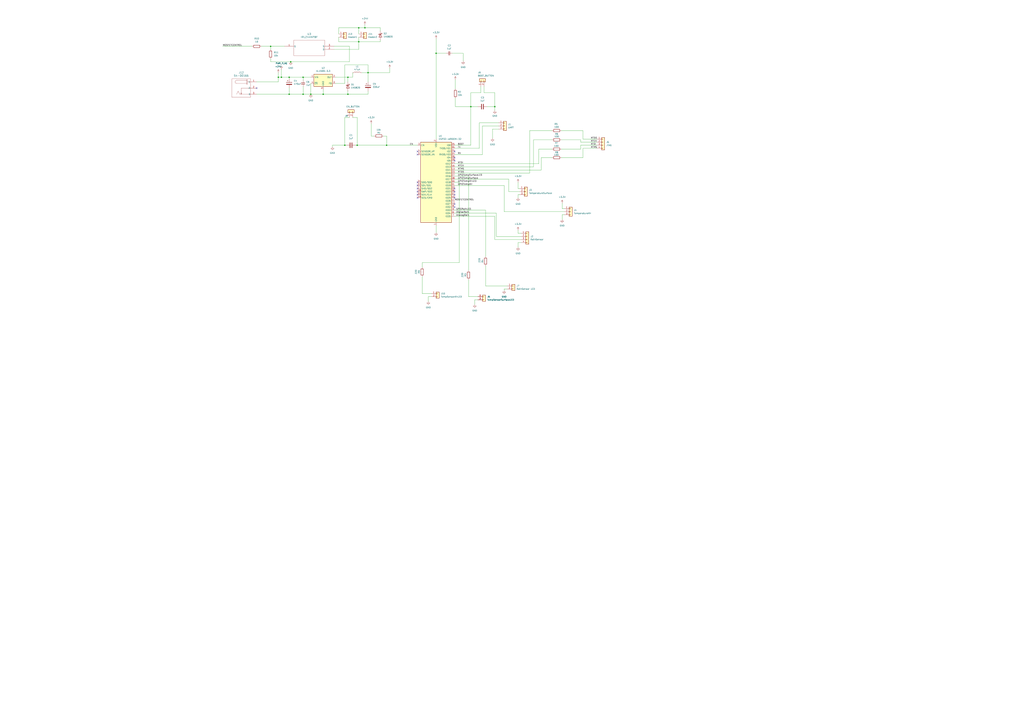
<source format=kicad_sch>
(kicad_sch (version 20250114) (generator "eeschema") (generator_version "9.0")
  (paper "A1")
  (lib_symbols
    (symbol "2025-02-28_21-13-51:54-00166" (pin_names (offset 0.254))
      (property "Reference" "J" (at -12.7 7.62 0))
      (property "Value" "54-00166" (at 0 0 0))
      (symbol "54-00166_1_1"
        (polyline (pts (xy -20.32 2.54) (xy -20.32 -12.7)) (stroke (width 0.127)))
        (polyline (pts (xy -20.32 -12.7) (xy -5.08 -12.7)) (stroke (width 0.127)))
        (arc (start -16.51 -1.27) (mid -17.7744 0) (end -16.51 1.27) (stroke (width 0.127)))
        (polyline (pts (xy -15.24 -7.62) (xy -16.51 -10.16)) (stroke (width 0.127)))
        (polyline (pts (xy -13.97 -10.16) (xy -15.24 -7.62)) (stroke (width 0.127)))
        (polyline (pts (xy -12.7 -5.08) (xy -12.7 -10.16)) (stroke (width 0.127)))
        (polyline (pts (xy -12.7 -10.16) (xy -13.335 -8.89)) (stroke (width 0.127)))
        (polyline (pts (xy -12.7 -10.16) (xy -12.065 -8.89)) (stroke (width 0.127)))
        (polyline (pts (xy -8.255 1.905) (xy -8.255 -1.905)) (stroke (width 0.127)))
        (polyline (pts (xy -8.255 1.905) (xy -7.62 1.905)) (stroke (width 0.127)))
        (polyline (pts (xy -8.255 1.27) (xy -16.51 1.27)) (stroke (width 0.127)))
        (polyline (pts (xy -8.255 -1.27) (xy -16.51 -1.27)) (stroke (width 0.127)))
        (polyline (pts (xy -8.255 -1.905) (xy -7.62 -1.905)) (stroke (width 0.127)))
        (polyline (pts (xy -7.62 -1.905) (xy -7.62 1.905)) (stroke (width 0.127)))
        (polyline (pts (xy -5.08 2.54) (xy -20.32 2.54)) (stroke (width 0.127)))
        (polyline (pts (xy -5.08 0) (xy -7.62 0)) (stroke (width 0.127)))
        (polyline (pts (xy -5.08 -5.08) (xy -12.7 -5.08)) (stroke (width 0.127)))
        (polyline (pts (xy -5.08 -10.16) (xy -13.97 -10.16)) (stroke (width 0.127)))
        (polyline (pts (xy -5.08 -12.7) (xy -5.08 2.54)) (stroke (width 0.127)))
        (pin unspecified line (at 0 0 180) (length 5.08) (name "1") (number "1"))
        (pin unspecified line (at 0 -5.08 180) (length 5.08) (name "2") (number "2"))
        (pin unspecified line (at 0 -10.16 180) (length 5.08) (name "3") (number "3"))
      )
      (symbol "54-00166_1_2"
        (polyline (pts (xy -12.7 2.54) (xy -12.7 -7.62)) (stroke (width 0.127)))
        (polyline (pts (xy -12.7 -7.62) (xy -5.08 -7.62)) (stroke (width 0.127)))
        (polyline (pts (xy -10.16 0) (xy -8.89 0.8467)) (stroke (width 0.127)))
        (polyline (pts (xy -10.16 0) (xy -8.89 -0.8467)) (stroke (width 0.127)))
        (polyline (pts (xy -10.16 0) (xy -5.08 0)) (stroke (width 0.127)))
        (polyline (pts (xy -10.16 -2.54) (xy -8.89 -1.6933)) (stroke (width 0.127)))
        (polyline (pts (xy -10.16 -2.54) (xy -8.89 -3.3867)) (stroke (width 0.127)))
        (polyline (pts (xy -10.16 -2.54) (xy -5.08 -2.54)) (stroke (width 0.127)))
        (polyline (pts (xy -10.16 -5.08) (xy -8.89 -4.2333)) (stroke (width 0.127)))
        (polyline (pts (xy -10.16 -5.08) (xy -8.89 -5.9267)) (stroke (width 0.127)))
        (polyline (pts (xy -10.16 -5.08) (xy -5.08 -5.08)) (stroke (width 0.127)))
        (polyline (pts (xy -5.08 2.54) (xy -12.7 2.54)) (stroke (width 0.127)))
        (polyline (pts (xy -5.08 -7.62) (xy -5.08 2.54)) (stroke (width 0.127)))
        (pin unspecified line (at 0 0 180) (length 5.08) (name "1") (number "1"))
        (pin unspecified line (at 0 -2.54 180) (length 5.08) (name "2") (number "2"))
        (pin unspecified line (at 0 -5.08 180) (length 5.08) (name "3") (number "3"))
      )
    )
    (symbol "2025-03-01_18-42-33:IRLZ44NPBF" (pin_names (offset 0.254))
      (property "Reference" "U" (at 20.32 10.16 0))
      (property "Value" "IRLZ44NPBF" (at 20.32 7.62 0))
      (symbol "IRLZ44NPBF_0_1"
        (polyline (pts (xy 7.62 5.08) (xy 7.62 -7.62)) (stroke (width 0.127)))
        (polyline (pts (xy 7.62 -7.62) (xy 33.02 -7.62)) (stroke (width 0.127)))
        (polyline (pts (xy 33.02 5.08) (xy 7.62 5.08)) (stroke (width 0.127)))
        (polyline (pts (xy 33.02 -7.62) (xy 33.02 5.08)) (stroke (width 0.127)))
        (pin unspecified line (at 0 0 0) (length 7.62) (name "G") (number "1"))
        (pin unspecified line (at 40.64 0 180) (length 7.62) (name "S") (number "3"))
        (pin unspecified line (at 40.64 -2.54 180) (length 7.62) (name "D") (number "2"))
      )
    )
    (symbol "Connector_Generic:Conn_01x02" (pin_names (offset 1.016) (hide yes))
      (property "Reference" "J" (at 0 2.54 0))
      (property "Value" "Conn_01x02" (at 0 -5.08 0))
      (symbol "Conn_01x02_1_1"
        (rectangle (start -1.27 1.27) (end 1.27 -3.81) (stroke (width 0.254)) (fill (type background)))
        (rectangle (start -1.27 0.127) (end 0 -0.127) (stroke (width 0.1524)))
        (rectangle (start -1.27 -2.413) (end 0 -2.667) (stroke (width 0.1524)))
        (pin passive line (at -5.08 0 0) (length 3.81) (name "Pin_1") (number "1"))
        (pin passive line (at -5.08 -2.54 0) (length 3.81) (name "Pin_2") (number "2"))
      )
    )
    (symbol "Connector_Generic:Conn_01x03" (pin_names (offset 1.016) (hide yes))
      (property "Reference" "J" (at 0 5.08 0))
      (property "Value" "Conn_01x03" (at 0 -5.08 0))
      (symbol "Conn_01x03_1_1"
        (rectangle (start -1.27 3.81) (end 1.27 -3.81) (stroke (width 0.254)) (fill (type background)))
        (rectangle (start -1.27 2.667) (end 0 2.413) (stroke (width 0.1524)))
        (rectangle (start -1.27 0.127) (end 0 -0.127) (stroke (width 0.1524)))
        (rectangle (start -1.27 -2.413) (end 0 -2.667) (stroke (width 0.1524)))
        (pin passive line (at -5.08 2.54 0) (length 3.81) (name "Pin_1") (number "1"))
        (pin passive line (at -5.08 0 0) (length 3.81) (name "Pin_2") (number "2"))
        (pin passive line (at -5.08 -2.54 0) (length 3.81) (name "Pin_3") (number "3"))
      )
    )
    (symbol "Connector_Generic:Conn_01x04" (pin_names (offset 1.016) (hide yes))
      (property "Reference" "J" (at 0 5.08 0))
      (property "Value" "Conn_01x04" (at 0 -7.62 0))
      (symbol "Conn_01x04_1_1"
        (rectangle (start -1.27 3.81) (end 1.27 -6.35) (stroke (width 0.254)) (fill (type background)))
        (rectangle (start -1.27 2.667) (end 0 2.413) (stroke (width 0.1524)))
        (rectangle (start -1.27 0.127) (end 0 -0.127) (stroke (width 0.1524)))
        (rectangle (start -1.27 -2.413) (end 0 -2.667) (stroke (width 0.1524)))
        (rectangle (start -1.27 -4.953) (end 0 -5.207) (stroke (width 0.1524)))
        (pin passive line (at -5.08 2.54 0) (length 3.81) (name "Pin_1") (number "1"))
        (pin passive line (at -5.08 0 0) (length 3.81) (name "Pin_2") (number "2"))
        (pin passive line (at -5.08 -2.54 0) (length 3.81) (name "Pin_3") (number "3"))
        (pin passive line (at -5.08 -5.08 0) (length 3.81) (name "Pin_4") (number "4"))
      )
    )
    (symbol "Device:C" (pin_numbers (hide yes)) (pin_names (offset 0.254))
      (property "Reference" "C" (at 0.635 2.54 0))
      (property "Value" "C" (at 0.635 -2.54 0))
      (symbol "C_0_1"
        (polyline (pts (xy -2.032 0.762) (xy 2.032 0.762)) (stroke (width 0.508)))
        (polyline (pts (xy -2.032 -0.762) (xy 2.032 -0.762)) (stroke (width 0.508)))
      )
      (symbol "C_1_1"
        (pin passive line (at 0 3.81 270) (length 2.794) (name "~") (number "1"))
        (pin passive line (at 0 -3.81 90) (length 2.794) (name "~") (number "2"))
      )
    )
    (symbol "Device:C_Polarized" (pin_numbers (hide yes)) (pin_names (offset 0.254))
      (property "Reference" "C" (at 0.635 2.54 0))
      (property "Value" "C_Polarized" (at 0.635 -2.54 0))
      (symbol "C_Polarized_0_1"
        (rectangle (start -2.286 0.508) (end 2.286 1.016))
        (polyline (pts (xy -1.778 2.286) (xy -0.762 2.286)))
        (polyline (pts (xy -1.27 2.794) (xy -1.27 1.778)))
        (rectangle (start 2.286 -0.508) (end -2.286 -1.016) (fill (type outline)))
      )
      (symbol "C_Polarized_1_1"
        (pin passive line (at 0 3.81 270) (length 2.794) (name "~") (number "1"))
        (pin passive line (at 0 -3.81 90) (length 2.794) (name "~") (number "2"))
      )
    )
    (symbol "Device:C_Small" (pin_numbers (hide yes)) (pin_names (offset 0.254) (hide yes))
      (property "Reference" "C" (at 0.254 1.778 0))
      (property "Value" "C_Small" (at 0.254 -2.032 0))
      (symbol "C_Small_0_1"
        (polyline (pts (xy -1.524 0.508) (xy 1.524 0.508)) (stroke (width 0.3048)))
        (polyline (pts (xy -1.524 -0.508) (xy 1.524 -0.508)) (stroke (width 0.3302)))
      )
      (symbol "C_Small_1_1"
        (pin passive line (at 0 2.54 270) (length 2.032) (name "~") (number "1"))
        (pin passive line (at 0 -2.54 90) (length 2.032) (name "~") (number "2"))
      )
    )
    (symbol "Device:L" (pin_numbers (hide yes)) (pin_names (offset 1.016) (hide yes))
      (property "Reference" "L" (at -1.27 0 90))
      (property "Value" "L" (at 1.905 0 90))
      (symbol "L_0_1"
        (arc (start 0 2.54) (mid 0.6323 1.905) (end 0 1.27))
        (arc (start 0 1.27) (mid 0.6323 0.635) (end 0 0))
        (arc (start 0 0) (mid 0.6323 -0.635) (end 0 -1.27))
        (arc (start 0 -1.27) (mid 0.6323 -1.905) (end 0 -2.54))
      )
      (symbol "L_1_1"
        (pin passive line (at 0 3.81 270) (length 1.27) (name "1") (number "1"))
        (pin passive line (at 0 -3.81 90) (length 1.27) (name "2") (number "2"))
      )
    )
    (symbol "Device:R" (pin_numbers (hide yes)) (pin_names (offset 0))
      (property "Reference" "R" (at 2.032 0 90))
      (property "Value" "R" (at 0 0 90))
      (symbol "R_0_1"
        (rectangle (start -1.016 -2.54) (end 1.016 2.54) (stroke (width 0.254)))
      )
      (symbol "R_1_1"
        (pin passive line (at 0 3.81 270) (length 1.27) (name "~") (number "1"))
        (pin passive line (at 0 -3.81 90) (length 1.27) (name "~") (number "2"))
      )
    )
    (symbol "Diode:1N5820" (pin_numbers (hide yes)) (pin_names (offset 1.016) (hide yes))
      (property "Reference" "D" (at 0 2.54 0))
      (property "Value" "1N5820" (at 0 -2.54 0))
      (symbol "1N5820_0_1"
        (polyline (pts (xy -1.905 0.635) (xy -1.905 1.27) (xy -1.27 1.27) (xy -1.27 -1.27) (xy -0.635 -1.27) (xy -0.635 -0.635)) (stroke (width 0.254)))
        (polyline (pts (xy 1.27 1.27) (xy 1.27 -1.27) (xy -1.27 0) (xy 1.27 1.27)) (stroke (width 0.254)))
        (polyline (pts (xy 1.27 0) (xy -1.27 0)))
      )
      (symbol "1N5820_1_1"
        (pin passive line (at -3.81 0 0) (length 2.54) (name "K") (number "1"))
        (pin passive line (at 3.81 0 180) (length 2.54) (name "A") (number "2"))
      )
    )
    (symbol "ESP32-WROOM-32_1"
      (property "Reference" "U" (at -12.7 34.29 0))
      (property "Value" "ESP32-WROOM-32" (at 1.27 34.29 0))
      (symbol "ESP32-WROOM-32_1_0_1"
        (rectangle (start -12.7 33.02) (end 12.7 -33.02) (stroke (width 0.254)) (fill (type background)))
      )
      (symbol "ESP32-WROOM-32_1_1_1"
        (pin input line (at -15.24 30.48 0) (length 2.54) (name "EN") (number "3"))
        (pin input line (at -15.24 25.4 0) (length 2.54) (name "SENSOR_VP") (number "4"))
        (pin input line (at -15.24 22.86 0) (length 2.54) (name "SENSOR_VN") (number "5"))
        (pin bidirectional line (at -15.24 0 0) (length 2.54) (name "SDO/SD0") (number "21"))
        (pin bidirectional line (at -15.24 -2.54 0) (length 2.54) (name "SDI/SD1") (number "22"))
        (pin bidirectional line (at -15.24 -5.08 0) (length 2.54) (name "SHD/SD2") (number "17"))
        (pin bidirectional line (at -15.24 -7.62 0) (length 2.54) (name "SWP/SD3") (number "18"))
        (pin bidirectional line (at -15.24 -10.16 0) (length 2.54) (name "SCK/CLK") (number "20"))
        (pin bidirectional line (at -15.24 -12.7 0) (length 2.54) (name "SCS/CMD") (number "19"))
        (pin no_connect line (at -12.7 -27.94 0) (length 2.54) (hide yes) (name "NC") (number "32"))
        (pin power_in line (at 0 35.56 270) (length 2.54) (name "VDD") (number "2"))
        (pin power_in line (at 0 -35.56 90) (length 2.54) (name "GND") (number "1"))
        (pin passive line (at 0 -35.56 90) (length 2.54) (hide yes) (name "GND") (number "15"))
        (pin passive line (at 0 -35.56 90) (length 2.54) (hide yes) (name "GND") (number "38"))
        (pin passive line (at 0 -35.56 90) (length 2.54) (hide yes) (name "GND") (number "39"))
        (pin bidirectional line (at 15.24 30.48 180) (length 2.54) (name "IO0") (number "25"))
        (pin bidirectional line (at 15.24 27.94 180) (length 2.54) (name "TXD0/IO1") (number "35"))
        (pin bidirectional line (at 15.24 25.4 180) (length 2.54) (name "IO2") (number "24"))
        (pin bidirectional line (at 15.24 22.86 180) (length 2.54) (name "RXD0/IO3") (number "34"))
        (pin bidirectional line (at 15.24 20.32 180) (length 2.54) (name "IO4") (number "26"))
        (pin bidirectional line (at 15.24 17.78 180) (length 2.54) (name "IO5") (number "29"))
        (pin bidirectional line (at 15.24 15.24 180) (length 2.54) (name "IO12") (number "14"))
        (pin bidirectional line (at 15.24 12.7 180) (length 2.54) (name "IO13") (number "16"))
        (pin bidirectional line (at 15.24 10.16 180) (length 2.54) (name "IO14") (number "13"))
        (pin bidirectional line (at 15.24 7.62 180) (length 2.54) (name "IO15") (number "23"))
        (pin bidirectional line (at 15.24 5.08 180) (length 2.54) (name "IO16") (number "27"))
        (pin bidirectional line (at 15.24 2.54 180) (length 2.54) (name "IO17") (number "28"))
        (pin bidirectional line (at 15.24 0 180) (length 2.54) (name "IO18") (number "30"))
        (pin bidirectional line (at 15.24 -2.54 180) (length 2.54) (name "IO19") (number "31"))
        (pin bidirectional line (at 15.24 -5.08 180) (length 2.54) (name "IO21") (number "33"))
        (pin bidirectional line (at 15.24 -7.62 180) (length 2.54) (name "IO22") (number "36"))
        (pin bidirectional line (at 15.24 -10.16 180) (length 2.54) (name "IO23") (number "37"))
        (pin bidirectional line (at 15.24 -12.7 180) (length 2.54) (name "IO25") (number "10"))
        (pin bidirectional line (at 15.24 -15.24 180) (length 2.54) (name "IO26") (number "11"))
        (pin bidirectional line (at 15.24 -17.78 180) (length 2.54) (name "IO27") (number "12"))
        (pin bidirectional line (at 15.24 -20.32 180) (length 2.54) (name "IO32") (number "8"))
        (pin bidirectional line (at 15.24 -22.86 180) (length 2.54) (name "IO33") (number "9"))
        (pin input line (at 15.24 -25.4 180) (length 2.54) (name "IO34") (number "6"))
        (pin input line (at 15.24 -27.94 180) (length 2.54) (name "IO35") (number "7"))
      )
    )
    (symbol "Regulator_Switching:XL1509-3.3"
      (property "Reference" "U" (at -7.112 6.096 0))
      (property "Value" "XL1509-3.3" (at 5.842 6.096 0))
      (symbol "XL1509-3.3_0_1"
        (rectangle (start -7.62 5.08) (end 7.62 -5.08) (stroke (width 0.254)) (fill (type background)))
      )
      (symbol "XL1509-3.3_1_1"
        (pin power_in line (at -10.16 2.54 0) (length 2.54) (name "VIN") (number "1"))
        (pin input line (at -10.16 -2.54 0) (length 2.54) (name "~{EN}") (number "4"))
        (pin power_in line (at 0 -7.62 90) (length 2.54) (name "GND") (number "5"))
        (pin passive line (at 0 -7.62 90) (length 2.54) (hide yes) (name "GND") (number "6"))
        (pin passive line (at 0 -7.62 90) (length 2.54) (hide yes) (name "GND") (number "7"))
        (pin passive line (at 0 -7.62 90) (length 2.54) (hide yes) (name "GND") (number "8"))
        (pin power_out line (at 10.16 2.54 180) (length 2.54) (name "OUT") (number "2"))
        (pin input line (at 10.16 -2.54 180) (length 2.54) (name "FB") (number "3"))
      )
    )
    (symbol "power:+3.3V" (power) (pin_names (offset 0))
      (property "Value" "+3.3V" (at 0 3.556 0))
      (symbol "+3.3V_0_1"
        (polyline (pts (xy -0.762 1.27) (xy 0 2.54)))
        (polyline (pts (xy 0 2.54) (xy 0.762 1.27)))
        (polyline (pts (xy 0 0) (xy 0 2.54)))
      )
      (symbol "+3.3V_1_1"
        (pin power_in line (at 0 0 90) (length 0) (hide yes) (name "+3.3V") (number "1"))
      )
    )
    (symbol "power:GND" (power) (pin_names (offset 0))
      (property "Value" "GND" (at 0 -3.81 0))
      (symbol "GND_0_1"
        (polyline (pts (xy 0 0) (xy 0 -1.27) (xy 1.27 -1.27) (xy 0 -2.54) (xy -1.27 -1.27) (xy 0 -1.27)))
      )
      (symbol "GND_1_1"
        (pin power_in line (at 0 0 270) (length 0) (hide yes) (name "GND") (number "1"))
      )
    )
    (symbol "power:PWR_FLAG" (power) (pin_numbers (hide yes)) (pin_names (offset 0) (hide yes))
      (property "Value" "PWR_FLAG" (at 0 3.81 0))
      (symbol "PWR_FLAG_0_0"
        (pin power_out line (at 0 0 90) (length 0) (name "pwr") (number "1"))
      )
      (symbol "PWR_FLAG_0_1"
        (polyline (pts (xy 0 0) (xy 0 1.27) (xy -1.016 1.905) (xy 0 2.54) (xy 1.016 1.905) (xy 0 1.27)))
      )
    )
  )
  (junction (at 238.76 50.8))
  (junction (at 228.6 63.5))
  (junction (at 302.26 59.69))
  (junction (at 237.49 77.47))
  (junction (at 237.49 63.5))
  (junction (at 285.75 63.5))
  (junction (at 293.37 119.38))
  (junction (at 248.92 63.5))
  (junction (at 317.5 119.38))
  (junction (at 299.72 22.86))
  (junction (at 283.21 119.38))
  (junction (at 294.64 34.29))
  (junction (at 358.14 43.815))
  (junction (at 265.43 77.47))
  (junction (at 255.27 77.47))
  (junction (at 231.14 63.5))
  (junction (at 222.25 38.1))
  (junction (at 294.64 22.86))
  (junction (at 386.715 87.63))
  (junction (at 285.75 77.47))
  (junction (at 406.4 87.63))
  (junction (at 248.92 77.47))
  (no_connect (at 373.38 124.46))
  (no_connect (at 210.82 72.39))
  (no_connect (at 342.9 124.46))
  (no_connect (at 373.38 129.54))
  (no_connect (at 342.9 154.94))
  (no_connect (at 373.38 170.18))
  (no_connect (at 373.38 160.02))
  (no_connect (at 373.38 154.94))
  (no_connect (at 342.9 162.56))
  (no_connect (at 342.9 149.86))
  (no_connect (at 373.38 167.64))
  (no_connect (at 373.38 162.56))
  (no_connect (at 373.38 157.48))
  (no_connect (at 342.9 160.02))
  (no_connect (at 373.38 132.08))
  (no_connect (at 342.9 152.4))
  (no_connect (at 342.9 157.48))
  (no_connect (at 342.9 127))
  (wire (pts (xy 373.38 119.38) (xy 386.715 119.38)))
  (wire (pts (xy 396.24 103.505) (xy 396.24 127)))
  (wire (pts (xy 438.15 137.16) (xy 438.15 114.935)))
  (wire (pts (xy 398.78 172.72) (xy 398.78 210.82)))
  (wire (pts (xy 373.38 134.62) (xy 442.595 134.62)))
  (wire (pts (xy 312.42 25.4) (xy 312.42 22.86)))
  (wire (pts (xy 476.885 114.935) (xy 476.885 116.84)))
  (wire (pts (xy 461.01 129.54) (xy 478.79 129.54)))
  (wire (pts (xy 386.715 87.63) (xy 374.015 87.63)))
  (wire (pts (xy 373.38 127) (xy 396.24 127)))
  (wire (pts (xy 231.14 63.5) (xy 237.49 63.5)))
  (wire (pts (xy 351.79 243.84) (xy 351.79 247.65)))
  (wire (pts (xy 317.5 111.76) (xy 314.96 111.76)))
  (wire (pts (xy 426.72 154.94) (xy 425.45 154.94)))
  (wire (pts (xy 237.49 72.39) (xy 237.49 77.47)))
  (wire (pts (xy 373.38 137.16) (xy 438.15 137.16)))
  (wire (pts (xy 371.475 43.815) (xy 380.365 43.815)))
  (wire (pts (xy 228.6 59.69) (xy 228.6 63.5)))
  (wire (pts (xy 222.25 38.1) (xy 222.25 40.64)))
  (wire (pts (xy 285.75 77.47) (xy 265.43 77.47)))
  (wire (pts (xy 407.67 194.31) (xy 427.99 194.31)))
  (wire (pts (xy 283.21 119.38) (xy 284.48 119.38)))
  (wire (pts (xy 434.975 107.315) (xy 453.39 107.315)))
  (wire (pts (xy 346.71 227.33) (xy 346.71 241.3)))
  (wire (pts (xy 278.13 27.94) (xy 278.13 22.86)))
  (wire (pts (xy 373.38 177.8) (xy 406.4 177.8)))
  (wire (pts (xy 285.75 63.5) (xy 285.75 67.31)))
  (wire (pts (xy 461.645 176.53) (xy 461.645 180.34)))
  (wire (pts (xy 293.37 96.52) (xy 293.37 119.38)))
  (wire (pts (xy 392.43 246.38) (xy 389.89 246.38)))
  (wire (pts (xy 287.02 50.8) (xy 287.02 38.1)))
  (wire (pts (xy 358.14 185.42) (xy 358.14 191.135)))
  (wire (pts (xy 302.26 59.69) (xy 302.26 67.31)))
  (wire (pts (xy 386.715 87.63) (xy 392.43 87.63)))
  (wire (pts (xy 438.15 114.935) (xy 453.39 114.935)))
  (wire (pts (xy 283.21 68.58) (xy 283.21 53.34)))
  (wire (pts (xy 293.37 119.38) (xy 317.5 119.38)))
  (wire (pts (xy 312.42 33.02) (xy 312.42 34.29)))
  (wire (pts (xy 425.45 203.2) (xy 425.45 199.39)))
  (wire (pts (xy 283.21 96.52) (xy 283.21 119.38)))
  (wire (pts (xy 287.02 38.1) (xy 274.32 38.1)))
  (wire (pts (xy 302.26 77.47) (xy 285.75 77.47)))
  (wire (pts (xy 214.63 38.1) (xy 222.25 38.1)))
  (wire (pts (xy 312.42 34.29) (xy 294.64 34.29)))
  (wire (pts (xy 389.89 246.38) (xy 389.89 250.19)))
  (wire (pts (xy 320.04 59.69) (xy 302.26 59.69)))
  (wire (pts (xy 373.38 149.86) (xy 377.19 149.86)))
  (wire (pts (xy 442.595 122.555) (xy 453.39 122.555)))
  (wire (pts (xy 406.4 87.63) (xy 406.4 90.805)))
  (wire (pts (xy 373.38 172.72) (xy 398.78 172.72)))
  (wire (pts (xy 478.79 114.3) (xy 490.22 114.3)))
  (wire (pts (xy 386.715 76.2) (xy 394.97 76.2)))
  (wire (pts (xy 396.24 103.505) (xy 409.575 103.505)))
  (wire (pts (xy 461.01 114.935) (xy 476.885 114.935)))
  (wire (pts (xy 317.5 119.38) (xy 317.5 111.76)))
  (wire (pts (xy 228.6 63.5) (xy 231.14 63.5)))
  (wire (pts (xy 417.83 147.32) (xy 417.83 157.48)))
  (wire (pts (xy 255.27 68.58) (xy 255.27 77.47)))
  (wire (pts (xy 222.25 50.8) (xy 238.76 50.8)))
  (wire (pts (xy 426.72 160.02) (xy 425.45 160.02)))
  (wire (pts (xy 425.45 199.39) (xy 427.99 199.39)))
  (wire (pts (xy 228.6 67.31) (xy 228.6 63.5)))
  (wire (pts (xy 476.885 122.555) (xy 476.885 119.38)))
  (wire (pts (xy 292.1 119.38) (xy 293.37 119.38)))
  (wire (pts (xy 377.19 149.86) (xy 377.19 215.9)))
  (wire (pts (xy 427.99 191.77) (xy 425.45 191.77)))
  (wire (pts (xy 393.7 121.92) (xy 393.7 100.965)))
  (wire (pts (xy 275.59 63.5) (xy 285.75 63.5)))
  (wire (pts (xy 406.4 87.63) (xy 406.4 76.2)))
  (wire (pts (xy 237.49 77.47) (xy 248.92 77.47)))
  (wire (pts (xy 293.37 96.52) (xy 289.56 96.52)))
  (wire (pts (xy 248.92 71.12) (xy 248.92 77.47)))
  (wire (pts (xy 237.49 64.77) (xy 237.49 63.5)))
  (wire (pts (xy 275.59 68.58) (xy 283.21 68.58)))
  (wire (pts (xy 380.365 43.815) (xy 380.365 50.165)))
  (wire (pts (xy 342.9 119.38) (xy 317.5 119.38)))
  (wire (pts (xy 222.25 38.1) (xy 233.68 38.1)))
  (wire (pts (xy 294.64 22.86) (xy 294.64 27.94)))
  (wire (pts (xy 406.4 196.85) (xy 427.99 196.85)))
  (wire (pts (xy 398.78 234.95) (xy 416.56 234.95)))
  (wire (pts (xy 414.02 152.4) (xy 414.02 173.99)))
  (wire (pts (xy 476.885 116.84) (xy 490.22 116.84)))
  (wire (pts (xy 285.75 63.5) (xy 289.56 63.5)))
  (wire (pts (xy 302.26 74.93) (xy 302.26 77.47)))
  (wire (pts (xy 386.715 87.63) (xy 386.715 76.2)))
  (wire (pts (xy 248.92 63.5) (xy 255.27 63.5)))
  (wire (pts (xy 444.5 129.54) (xy 453.39 129.54)))
  (wire (pts (xy 304.8 111.76) (xy 304.8 101.6)))
  (wire (pts (xy 417.83 157.48) (xy 426.72 157.48)))
  (wire (pts (xy 406.4 177.8) (xy 406.4 196.85)))
  (wire (pts (xy 237.49 63.5) (xy 248.92 63.5)))
  (wire (pts (xy 463.55 171.45) (xy 461.645 171.45)))
  (wire (pts (xy 425.45 154.94) (xy 425.45 149.86)))
  (wire (pts (xy 358.14 43.815) (xy 366.395 43.815)))
  (wire (pts (xy 394.97 76.2) (xy 394.97 71.12)))
  (wire (pts (xy 373.38 142.24) (xy 434.975 142.24)))
  (wire (pts (xy 294.64 30.48) (xy 294.64 34.29)))
  (wire (pts (xy 307.34 111.76) (xy 304.8 111.76)))
  (wire (pts (xy 285.75 74.93) (xy 285.75 77.47)))
  (wire (pts (xy 294.64 34.29) (xy 294.64 40.64)))
  (wire (pts (xy 397.51 76.2) (xy 406.4 76.2)))
  (wire (pts (xy 478.79 121.92) (xy 490.22 121.92)))
  (wire (pts (xy 461.645 171.45) (xy 461.645 167.005)))
  (wire (pts (xy 278.13 22.86) (xy 294.64 22.86)))
  (wire (pts (xy 373.38 175.26) (xy 407.67 175.26)))
  (wire (pts (xy 386.715 119.38) (xy 386.715 87.63)))
  (wire (pts (xy 377.19 215.9) (xy 346.71 215.9)))
  (wire (pts (xy 373.38 152.4) (xy 414.02 152.4)))
  (wire (pts (xy 248.92 77.47) (xy 255.27 77.47)))
  (wire (pts (xy 238.76 50.8) (xy 287.02 50.8)))
  (wire (pts (xy 210.82 77.47) (xy 237.49 77.47)))
  (wire (pts (xy 478.79 129.54) (xy 478.79 121.92)))
  (wire (pts (xy 409.575 106.045) (xy 404.495 106.045)))
  (wire (pts (xy 283.21 119.38) (xy 273.05 119.38)))
  (wire (pts (xy 397.51 76.2) (xy 397.51 71.12)))
  (wire (pts (xy 283.21 96.52) (xy 287.02 96.52)))
  (wire (pts (xy 384.81 229.87) (xy 384.81 243.84)))
  (wire (pts (xy 416.56 237.49) (xy 414.02 237.49)))
  (wire (pts (xy 358.14 43.815) (xy 358.14 114.3)))
  (wire (pts (xy 294.64 22.86) (xy 299.72 22.86)))
  (wire (pts (xy 320.04 55.88) (xy 320.04 59.69)))
  (wire (pts (xy 265.43 73.66) (xy 265.43 77.47)))
  (wire (pts (xy 414.02 173.99) (xy 463.55 173.99)))
  (wire (pts (xy 373.38 139.7) (xy 444.5 139.7)))
  (wire (pts (xy 231.14 57.15) (xy 231.14 63.5)))
  (wire (pts (xy 384.81 243.84) (xy 392.43 243.84)))
  (wire (pts (xy 400.05 87.63) (xy 406.4 87.63)))
  (wire (pts (xy 434.975 107.315) (xy 434.975 142.24)))
  (wire (pts (xy 358.14 31.75) (xy 358.14 43.815)))
  (wire (pts (xy 265.43 77.47) (xy 255.27 77.47)))
  (wire (pts (xy 274.32 40.64) (xy 294.64 40.64)))
  (wire (pts (xy 398.78 218.44) (xy 398.78 234.95)))
  (wire (pts (xy 461.01 122.555) (xy 476.885 122.555)))
  (wire (pts (xy 393.7 100.965) (xy 409.575 100.965)))
  (wire (pts (xy 278.13 30.48) (xy 278.13 34.29)))
  (wire (pts (xy 373.38 121.92) (xy 393.7 121.92)))
  (wire (pts (xy 444.5 139.7) (xy 444.5 129.54)))
  (wire (pts (xy 222.25 48.26) (xy 222.25 50.8)))
  (wire (pts (xy 278.13 34.29) (xy 294.64 34.29)))
  (wire (pts (xy 283.21 53.34) (xy 302.26 53.34)))
  (wire (pts (xy 182.88 38.1) (xy 207.01 38.1)))
  (wire (pts (xy 442.595 134.62) (xy 442.595 122.555)))
  (wire (pts (xy 407.67 175.26) (xy 407.67 194.31)))
  (wire (pts (xy 346.71 241.3) (xy 354.33 241.3)))
  (wire (pts (xy 478.79 107.315) (xy 478.79 114.3)))
  (wire (pts (xy 404.495 106.045) (xy 404.495 113.665)))
  (wire (pts (xy 373.38 144.78) (xy 384.81 144.78)))
  (wire (pts (xy 461.01 107.315) (xy 478.79 107.315)))
  (wire (pts (xy 374.015 65.405) (xy 374.015 73.025)))
  (wire (pts (xy 210.82 67.31) (xy 228.6 67.31)))
  (wire (pts (xy 302.26 53.34) (xy 302.26 59.69)))
  (wire (pts (xy 273.05 119.38) (xy 273.05 120.65)))
  (wire (pts (xy 463.55 176.53) (xy 461.645 176.53)))
  (wire (pts (xy 289.56 63.5) (xy 289.56 59.69)))
  (wire (pts (xy 425.45 191.77) (xy 425.45 189.23)))
  (wire (pts (xy 354.33 243.84) (xy 351.79 243.84)))
  (wire (pts (xy 384.81 144.78) (xy 384.81 222.25)))
  (wire (pts (xy 414.02 237.49) (xy 414.02 238.76)))
  (wire (pts (xy 299.72 22.86) (xy 299.72 20.32)))
  (wire (pts (xy 248.92 66.04) (xy 248.92 63.5)))
  (wire (pts (xy 302.26 59.69) (xy 297.18 59.69)))
  (wire (pts (xy 425.45 160.02) (xy 425.45 162.56)))
  (wire (pts (xy 346.71 215.9) (xy 346.71 219.71)))
  (wire (pts (xy 374.015 87.63) (xy 374.015 80.645)))
  (wire (pts (xy 312.42 22.86) (xy 299.72 22.86)))
  (wire (pts (xy 476.885 119.38) (xy 490.22 119.38)))
  (wire (pts (xy 373.38 147.32) (xy 417.83 147.32)))
  (label "MTCK" (at 485.14 116.84 0))
  (label "BOOT" (at 375.92 119.38 0))
  (label "GPIOTempSurfaceLED" (at 375.92 144.78 0))
  (label "EN" (at 336.55 119.38 0))
  (label "MTDI" (at 485.14 119.38 0))
  (label "MOSFETCONTROL" (at 182.88 38.1 0))
  (label "MTMS" (at 485.14 121.92 0))
  (label "GPIORainLED" (at 374.65 172.72 0))
  (label "AnalogRain" (at 374.65 177.8 0))
  (label "GPIOTempAirLED" (at 375.92 149.86 0))
  (label "MTDO" (at 375.92 142.24 0))
  (label "DigitalRain" (at 374.65 175.26 0))
  (label "MTMS" (at 375.92 139.7 0))
  (label "RX" (at 375.92 127 0))
  (label "MOSFETCONTROL" (at 373.38 165.1 0))
  (label "GPIOTempSurface" (at 375.92 147.32 0))
  (label "MTDO" (at 485.14 114.3 0))
  (label "GPIOTempAir" (at 375.92 152.4 0))
  (label "MTCK" (at 375.92 137.16 0))
  (label "MTDI" (at 375.92 134.62 0))
  (label "TX" (at 375.92 121.92 0))
  (symbol (lib_id "power:+3.3V") (at 228.6 59.69 0) (unit 1)
    (property "Reference" "#PWR020" (effects (hide yes)))
    (property "Value" "+24V" (at 228.6 54.61 0))
  )
  (symbol (lib_id "power:GND") (at 238.76 50.8 0) (unit 1)
    (property "Reference" "#PWR021" (effects (hide yes)))
    (property "Value" "GND" (at 238.76 55.88 0))
  )
  (symbol (lib_id "Device:R") (at 346.71 223.52 0) (unit 1)
    (property "Reference" "R9" (at 344.17 224.79 90) (effects (justify left)))
    (property "Value" "220" (at 341.63 225.425 90) (effects (justify left)))
    (property "Footprint" "Resistor_SMD:R_0805_2012Metric_Pad1.20x1.40mm_HandSolder" (effects (hide yes)))
  )
  (symbol (lib_id "Connector_Generic:Conn_01x02") (at 299.72 27.94 0) (unit 1)
    (property "Reference" "J14" (at 302.26 27.9399 0) (effects (justify left)))
    (property "Value" "Heater2" (at 302.26 30.4799 0) (effects (justify left)))
    (property "Footprint" "Connector_Molex:Molex_KK-254_AE-6410-02A_1x02_P2.54mm_Vertical" (effects (hide yes)))
  )
  (symbol (lib_id "power:+3.3V") (at 358.14 31.75 0) (unit 1)
    (property "Reference" "#PWR02" (effects (hide yes)))
    (property "Value" "+3.3V" (at 358.14 26.67 0))
  )
  (symbol (lib_id "Device:C") (at 288.29 119.38 90) (unit 1)
    (property "Reference" "C1" (at 288.29 111.125 90))
    (property "Value" "1uF" (at 288.29 113.665 90))
    (property "Footprint" "Capacitor_SMD:C_0805_2012Metric_Pad1.18x1.45mm_HandSolder" (effects (hide yes)))
  )
  (symbol (lib_id "Connector_Generic:Conn_01x02") (at 394.97 66.04 90) (unit 1)
    (property "Reference" "J9" (at 392.43 59.69 90) (effects (justify right)))
    (property "Value" "BOOT_BUTTON" (at 392.43 62.23 90) (effects (justify right)))
    (property "Footprint" "Connector_Molex:Molex_KK-254_AE-6410-02A_1x02_P2.54mm_Vertical" (effects (hide yes)))
  )
  (symbol (lib_id "power:+3.3V") (at 304.8 101.6 0) (unit 1)
    (property "Reference" "#PWR08" (effects (hide yes)))
    (property "Value" "+3.3V" (at 304.8 96.52 0))
  )
  (symbol (lib_id "power:GND") (at 358.14 191.135 0) (unit 1)
    (property "Reference" "#PWR01" (effects (hide yes)))
    (property "Value" "GND" (at 358.14 196.215 0))
  )
  (symbol (lib_id "Connector_Generic:Conn_01x02") (at 359.41 241.3 0) (unit 1)
    (property "Reference" "J10" (at 361.95 241.3 0) (effects (justify left)))
    (property "Value" "TempSensorAirLED" (at 361.95 243.84 0) (effects (justify left)))
    (property "Footprint" "Connector_Molex:Molex_KK-254_AE-6410-02A_1x02_P2.54mm_Vertical" (effects (hide yes)))
  )
  (symbol (lib_id "power:GND") (at 425.45 203.2 0) (unit 1)
    (property "Reference" "#PWR07" (effects (hide yes)))
    (property "Value" "GND" (at 425.45 208.28 0))
  )
  (symbol (lib_id "Device:R") (at 210.82 38.1 90) (unit 1)
    (property "Reference" "R10" (at 210.82 31.75 90))
    (property "Value" "10" (at 210.82 34.29 90))
    (property "Footprint" "Resistor_SMD:R_0805_2012Metric_Pad1.20x1.40mm_HandSolder" (effects (hide yes)))
    (property "Description" "Resistor" (effects (hide yes)))
  )
  (symbol (lib_id "Diode:1N5820") (at 312.42 29.21 270) (unit 1)
    (property "Reference" "D2" (at 314.96 27.6224 90) (effects (justify left)))
    (property "Value" "1N5820" (at 314.96 30.1624 90) (effects (justify left)))
    (property "Footprint" "Diode_THT:D_DO-201AD_P3.81mm_Vertical_KathodeUp" (effects (hide yes)))
    (property "Datasheet" "http://www.vishay.com/docs/88526/1n5820.pdf" (effects (hide yes)))
    (property "Description" "20V 3A Schottky Barrier Rectifier Diode, DO-201AD" (effects (hide yes)))
  )
  (symbol (lib_id "Connector_Generic:Conn_01x02") (at 421.64 234.95 0) (unit 1)
    (property "Reference" "J7" (at 424.18 234.95 0) (effects (justify left)))
    (property "Value" "RainSensor LED" (at 424.18 237.49 0) (effects (justify left)))
    (property "Footprint" "Connector_Molex:Molex_KK-254_AE-6410-02A_1x02_P2.54mm_Vertical" (effects (hide yes)))
  )
  (symbol (lib_id "Device:R") (at 457.2 129.54 90) (unit 1)
    (property "Reference" "R8" (at 457.2 125.222 90))
    (property "Value" "100" (at 456.946 127.254 90))
    (property "Footprint" "Resistor_SMD:R_0805_2012Metric_Pad1.20x1.40mm_HandSolder" (effects (hide yes)))
  )
  (symbol (lib_id "Diode:1N5820") (at 285.75 71.12 270) (unit 1)
    (property "Reference" "D1" (at 288.29 69.5324 90) (effects (justify left)))
    (property "Value" "1N5820" (at 288.29 72.0724 90) (effects (justify left)))
    (property "Footprint" "Diode_THT:D_DO-201AD_P3.81mm_Vertical_KathodeUp" (effects (hide yes)))
    (property "Datasheet" "http://www.vishay.com/docs/88526/1n5820.pdf" (effects (hide yes)))
    (property "Description" "20V 3A Schottky Barrier Rectifier Diode, DO-201AD" (effects (hide yes)))
  )
  (symbol (lib_id "Device:R") (at 374.015 76.835 180) (unit 1)
    (property "Reference" "R2" (at 375.92 75.565 0) (effects (justify right)))
    (property "Value" "10k" (at 375.92 78.105 0) (effects (justify right)))
    (property "Footprint" "Resistor_SMD:R_0805_2012Metric_Pad1.20x1.40mm_HandSolder" (effects (hide yes)))
  )
  (symbol (lib_id "Connector_Generic:Conn_01x02") (at 287.02 91.44 90) (unit 1)
    (property "Reference" "J8" (at 283.21 95.25 90) (effects (justify right)))
    (property "Value" "EN_BUTTON" (at 284.48 87.63 90) (effects (justify right)))
    (property "Footprint" "Connector_Molex:Molex_KK-254_AE-6410-02A_1x02_P2.54mm_Vertical" (effects (hide yes)))
  )
  (symbol (lib_id "power:GND") (at 404.495 113.665 0) (unit 1)
    (property "Reference" "#PWR010" (effects (hide yes)))
    (property "Value" "GND" (at 404.495 118.745 0))
  )
  (symbol (lib_name "ESP32-WROOM-32_1") (lib_id "RF_Module:ESP32-WROOM-32") (at 358.14 149.86 0) (unit 1)
    (property "Reference" "U1" (at 360.3341 111.76 0) (effects (justify left)))
    (property "Value" "ESP32-WROOM-32" (at 360.3341 114.3 0) (effects (justify left)))
    (property "Footprint" "RF_Module:ESP32-WROOM-32" (effects (hide yes)))
    (property "Datasheet" "https://www.espressif.com/sites/default/files/documentation/esp32-wroom-32_datasheet_en.pdf" (effects (hide yes)))
  )
  (symbol (lib_id "Device:R") (at 384.81 226.06 0) (unit 1)
    (property "Reference" "R3" (at 382.27 227.33 90) (effects (justify left)))
    (property "Value" "220" (at 379.73 227.965 90) (effects (justify left)))
    (property "Footprint" "Resistor_SMD:R_0805_2012Metric_Pad1.20x1.40mm_HandSolder" (effects (hide yes)))
  )
  (symbol (lib_id "Device:C_Polarized") (at 302.26 71.12 0) (unit 1)
    (property "Reference" "C5" (at 306.07 68.9609 0) (effects (justify left)))
    (property "Value" "330uf" (at 306.07 71.5009 0) (effects (justify left)))
    (property "Footprint" "Capacitor_SMD:C_0805_2012Metric_Pad1.18x1.45mm_HandSolder" (effects (hide yes)))
    (property "Description" "Polarized capacitor" (effects (hide yes)))
  )
  (symbol (lib_id "Connector_Generic:Conn_01x03") (at 414.655 103.505 0) (unit 1)
    (property "Reference" "J1" (at 417.195 102.235 0) (effects (justify left)))
    (property "Value" "UART" (at 417.195 104.775 0) (effects (justify left)))
    (property "Footprint" "Connector_Molex:Molex_KK-254_AE-6410-03A_1x03_P2.54mm_Vertical" (effects (hide yes)))
  )
  (symbol (lib_id "Device:C_Small") (at 368.935 43.815 90) (unit 1)
    (property "Reference" "C2" (at 368.9413 37.465 90))
    (property "Value" "1uF" (at 368.9413 40.005 90))
    (property "Footprint" "Capacitor_SMD:C_0805_2012Metric_Pad1.18x1.45mm_HandSolder" (effects (hide yes)))
  )
  (symbol (lib_id "Device:R") (at 457.2 114.935 90) (unit 1)
    (property "Reference" "R6" (at 457.2 110.109 90))
    (property "Value" "100" (at 457.2 112.268 90))
    (property "Footprint" "Resistor_SMD:R_0805_2012Metric_Pad1.20x1.40mm_HandSolder" (effects (hide yes)))
  )
  (symbol (lib_id "power:+3.3V") (at 425.45 189.23 0) (unit 1)
    (property "Reference" "#PWR05" (effects (hide yes)))
    (property "Value" "+3.3V" (at 425.45 184.15 0))
  )
  (symbol (lib_id "power:PWR_FLAG") (at 231.14 57.15 0) (unit 1)
    (property "Reference" "#FLG01" (effects (hide yes)))
    (property "Value" "PWR_FLAG" (at 231.14 52.07 0))
  )
  (symbol (lib_id "2025-02-28_21-13-51:54-00166") (at 210.82 67.31 0) (unit 1)
    (property "Reference" "J12" (at 198.12 59.69 0) (effects (font (size 1.524 1.524))))
    (property "Value" "54-00166" (at 198.12 62.23 0) (effects (font (size 1.524 1.524))))
    (property "Footprint" "footprints_barrel:CONN3_54-00166_TEN" (effects (hide yes)))
    (property "Datasheet" "54-00166" (effects (hide yes)))
  )
  (symbol (lib_id "Connector_Generic:Conn_01x02") (at 283.21 27.94 0) (unit 1)
    (property "Reference" "J13" (at 285.75 27.9399 0) (effects (justify left)))
    (property "Value" "Heater1" (at 285.75 30.4799 0) (effects (justify left)))
    (property "Footprint" "Connector_Molex:Molex_KK-254_AE-6410-02A_1x02_P2.54mm_Vertical" (effects (hide yes)))
  )
  (symbol (lib_id "power:GND") (at 351.79 247.65 0) (unit 1)
    (property "Reference" "#PWR017" (effects (hide yes)))
    (property "Value" "GND" (at 351.79 252.73 0))
  )
  (symbol (lib_id "Device:R") (at 311.15 111.76 270) (unit 1)
    (property "Reference" "R1" (at 309.88 109.22 90) (effects (justify left)))
    (property "Value" "10k" (at 309.245 106.68 90) (effects (justify left)))
    (property "Footprint" "Resistor_SMD:R_0805_2012Metric_Pad1.20x1.40mm_HandSolder" (effects (hide yes)))
  )
  (symbol (lib_id "Connector_Generic:Conn_01x02") (at 397.51 243.84 0) (unit 1)
    (property "Reference" "J6" (at 400.05 243.84 0) (effects (justify left)))
    (property "Value" "TempSensorSurfaceLED" (at 400.05 246.38 0) (effects (justify left)))
    (property "Footprint" "Connector_Molex:Molex_KK-254_AE-6410-02A_1x02_P2.54mm_Vertical" (effects (hide yes)))
  )
  (symbol (lib_id "Device:C_Small") (at 248.92 68.58 0) (unit 1)
    (property "Reference" "C6" (at 251.46 67.3162 0) (effects (justify left)))
    (property "Value" "1uf" (at 251.46 69.8562 0) (effects (justify left)))
    (property "Footprint" "Capacitor_SMD:C_0805_2012Metric_Pad1.18x1.45mm_HandSolder" (effects (hide yes)))
    (property "Description" "Unpolarized capacitor, small symbol" (effects (hide yes)))
  )
  (symbol (lib_id "power:+3.3V") (at 374.015 65.405 0) (unit 1)
    (property "Reference" "#PWR012" (effects (hide yes)))
    (property "Value" "+3.3V" (at 374.015 60.96 0))
  )
  (symbol (lib_id "2025-03-01_18-42-33:IRLZ44NPBF") (at 233.68 38.1 0) (unit 1)
    (property "Reference" "U3" (at 254 27.94 0) (effects (font (size 1.524 1.524))))
    (property "Value" "IRLZ44NPBF" (at 254 30.48 0) (effects (font (size 1.524 1.524))))
    (property "Footprint" "footprints:PG-TO220-3_INF" (effects (hide yes)))
    (property "Datasheet" "IRLZ44NPBF" (effects (hide yes)))
  )
  (symbol (lib_id "Connector_Generic:Conn_01x04") (at 495.3 116.84 0) (unit 1)
    (property "Reference" "J5" (at 497.84 116.84 0) (effects (justify left)))
    (property "Value" "JTAG" (at 497.84 119.38 0) (effects (justify left)))
    (property "Footprint" "Connector_Molex:Molex_KK-254_AE-6410-04A_1x04_P2.54mm_Vertical" (effects (hide yes)))
  )
  (symbol (lib_id "power:GND") (at 414.02 238.76 0) (unit 1)
    (property "Reference" "#PWR016" (effects (hide yes)))
    (property "Value" "GND" (at 414.02 243.84 0))
  )
  (symbol (lib_id "Device:R") (at 222.25 44.45 0) (unit 1)
    (property "Reference" "R11" (at 224.79 43.1799 0) (effects (justify left)))
    (property "Value" "10k" (at 224.79 45.7199 0) (effects (justify left)))
    (property "Footprint" "Resistor_SMD:R_0805_2012Metric_Pad1.20x1.40mm_HandSolder" (effects (hide yes)))
    (property "Description" "Resistor" (effects (hide yes)))
  )
  (symbol (lib_id "Device:R") (at 398.78 214.63 0) (unit 1)
    (property "Reference" "R4" (at 396.24 215.9 90) (effects (justify left)))
    (property "Value" "220" (at 393.7 215.9 90) (effects (justify left)))
    (property "Footprint" "Resistor_SMD:R_0805_2012Metric_Pad1.20x1.40mm_HandSolder" (effects (hide yes)))
  )
  (symbol (lib_id "power:GND") (at 425.45 162.56 0) (unit 1)
    (property "Reference" "#PWR06" (effects (hide yes)))
    (property "Value" "GND" (at 425.45 167.64 0))
  )
  (symbol (lib_id "Connector_Generic:Conn_01x04") (at 433.07 194.31 0) (unit 1)
    (property "Reference" "J2" (at 435.61 194.31 0) (effects (justify left)))
    (property "Value" "RainSensor" (at 435.61 196.85 0) (effects (justify left)))
    (property "Footprint" "Connector_Molex:Molex_KK-254_AE-6410-04A_1x04_P2.54mm_Vertical" (effects (hide yes)))
  )
  (symbol (lib_id "Device:R") (at 457.2 122.555 90) (unit 1)
    (property "Reference" "R7" (at 457.2 117.475 90))
    (property "Value" "100" (at 456.946 120.015 90))
    (property "Footprint" "Resistor_SMD:R_0805_2012Metric_Pad1.20x1.40mm_HandSolder" (effects (hide yes)))
  )
  (symbol (lib_id "Device:R") (at 457.2 107.315 90) (unit 1)
    (property "Reference" "R5" (at 456.692 101.981 90))
    (property "Value" "100" (at 457.073 104.394 90))
    (property "Footprint" "Resistor_SMD:R_0805_2012Metric_Pad1.20x1.40mm_HandSolder" (effects (hide yes)))
  )
  (symbol (lib_id "power:+3.3V") (at 320.04 55.88 0) (unit 1)
    (property "Reference" "#PWR023" (effects (hide yes)))
    (property "Value" "+3.3V" (at 320.04 50.8 0))
  )
  (symbol (lib_id "power:+3.3V") (at 461.645 167.005 0) (unit 1)
    (property "Reference" "#PWR013" (effects (hide yes)))
    (property "Value" "+3.3V" (at 461.645 161.925 0))
  )
  (symbol (lib_id "Device:L") (at 293.37 59.69 90) (unit 1)
    (property "Reference" "L1" (at 293.37 54.61 90))
    (property "Value" "47uh" (at 293.37 57.15 90))
    (property "Footprint" "Inductor_SMD:L_0805_2012Metric_Pad1.15x1.40mm_HandSolder" (effects (hide yes)))
    (property "Description" "Inductor" (effects (hide yes)))
  )
  (symbol (lib_id "power:GND") (at 255.27 77.47 0) (unit 1)
    (property "Reference" "#PWR019" (effects (hide yes)))
    (property "Value" "GND" (at 255.27 82.55 0))
  )
  (symbol (lib_id "Device:C_Polarized") (at 237.49 68.58 0) (unit 1)
    (property "Reference" "C4" (at 241.3 66.4209 0) (effects (justify left)))
    (property "Value" "470uf" (at 241.3 68.9609 0) (effects (justify left)))
    (property "Footprint" "Capacitor_SMD:C_0805_2012Metric_Pad1.18x1.45mm_HandSolder" (effects (hide yes)))
    (property "Description" "Polarized capacitor" (effects (hide yes)))
  )
  (symbol (lib_id "power:GND") (at 406.4 90.805 0) (unit 1)
    (property "Reference" "#PWR015" (effects (hide yes)))
    (property "Value" "GND" (at 406.4 95.25 0))
  )
  (symbol (lib_id "Device:C") (at 396.24 87.63 90) (unit 1)
    (property "Reference" "C3" (at 396.24 80.264 90))
    (property "Value" "1uF" (at 396.24 82.804 90))
    (property "Footprint" "Capacitor_SMD:C_0805_2012Metric_Pad1.18x1.45mm_HandSolder" (effects (hide yes)))
  )
  (symbol (lib_id "Regulator_Switching:XL1509-3.3") (at 265.43 66.04 0) (unit 1)
    (property "Reference" "U2" (at 265.43 55.88 0))
    (property "Value" "XL1509-3.3" (at 265.43 58.42 0))
    (property "Footprint" "Package_SO:SOIC-8_3.9x4.9mm_P1.27mm" (effects (hide yes)))
    (property "Datasheet" "https://datasheet.lcsc.com/lcsc/1809050422_XLSEMI-XL1509-5-0E1_C61063.pdf" (effects (hide yes)))
    (property "Description" "Buck DC/DC Converter, 2A, 3.3V Output Voltage, 4.5-40V Input Voltage" (effects (hide yes)))
  )
  (symbol (lib_id "power:GND") (at 389.89 250.19 0) (unit 1)
    (property "Reference" "#PWR011" (effects (hide yes)))
    (property "Value" "GND" (at 389.89 255.27 0))
  )
  (symbol (lib_id "power:GND") (at 461.645 180.34 0) (unit 1)
    (property "Reference" "#PWR014" (effects (hide yes)))
    (property "Value" "GND" (at 461.645 185.42 0))
  )
  (symbol (lib_id "power:+3.3V") (at 299.72 20.32 0) (unit 1)
    (property "Reference" "#PWR022" (effects (hide yes)))
    (property "Value" "+24V" (at 299.72 15.24 0))
  )
  (symbol (lib_id "power:+3.3V") (at 425.45 149.86 0) (unit 1)
    (property "Reference" "#PWR04" (effects (hide yes)))
    (property "Value" "+3.3V" (at 425.45 144.78 0))
  )
  (symbol (lib_id "power:GND") (at 380.365 50.165 0) (unit 1)
    (property "Reference" "#PWR03" (effects (hide yes)))
    (property "Value" "GND" (at 380.365 55.245 0))
  )
  (symbol (lib_id "power:GND") (at 273.05 120.65 0) (unit 1)
    (property "Reference" "#PWR09" (effects (hide yes)))
    (property "Value" "GND" (at 273.05 125.73 0))
  )
  (symbol (lib_id "Connector_Generic:Conn_01x03") (at 431.8 157.48 0) (unit 1)
    (property "Reference" "J3" (at 434.34 156.21 0) (effects (justify left)))
    (property "Value" "TemperatureSurface" (at 434.34 158.75 0) (effects (justify left)))
    (property "Footprint" "Connector_Molex:Molex_KK-254_AE-6410-03A_1x03_P2.54mm_Vertical" (effects (hide yes)))
  )
  (symbol (lib_id "Connector_Generic:Conn_01x03") (at 468.63 173.99 0) (unit 1)
    (property "Reference" "J4" (at 471.17 172.72 0) (effects (justify left)))
    (property "Value" "TemperatureAir" (at 471.17 175.26 0) (effects (justify left)))
    (property "Footprint" "Connector_Molex:Molex_KK-254_AE-6410-03A_1x03_P2.54mm_Vertical" (effects (hide yes)))
  )
)
</source>
